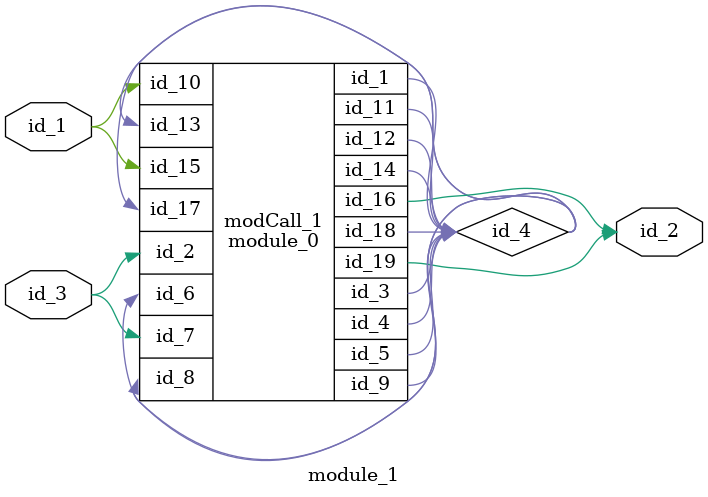
<source format=v>
module module_0 (
    id_1,
    id_2,
    id_3,
    id_4,
    id_5,
    id_6,
    id_7,
    id_8,
    id_9,
    id_10,
    id_11,
    id_12,
    id_13,
    id_14,
    id_15,
    id_16,
    id_17,
    id_18,
    id_19
);
  output wire id_19;
  inout wire id_18;
  input wire id_17;
  output wire id_16;
  input wire id_15;
  inout wire id_14;
  input wire id_13;
  inout wire id_12;
  inout wire id_11;
  input wire id_10;
  inout wire id_9;
  input wire id_8;
  input wire id_7;
  input wire id_6;
  inout wire id_5;
  inout wire id_4;
  inout wire id_3;
  input wire id_2;
  inout wire id_1;
  wire id_20, id_21;
endmodule
module module_1 (
    id_1,
    id_2,
    id_3
);
  input wire id_3;
  output wire id_2;
  input wire id_1;
  wire id_4;
  module_0 modCall_1 (
      id_4,
      id_3,
      id_4,
      id_4,
      id_4,
      id_4,
      id_3,
      id_4,
      id_4,
      id_1,
      id_4,
      id_4,
      id_4,
      id_4,
      id_1,
      id_2,
      id_4,
      id_4,
      id_2
  );
  wire id_5;
  wire id_6;
  wire id_7;
  wire id_8;
  wire id_9;
endmodule

</source>
